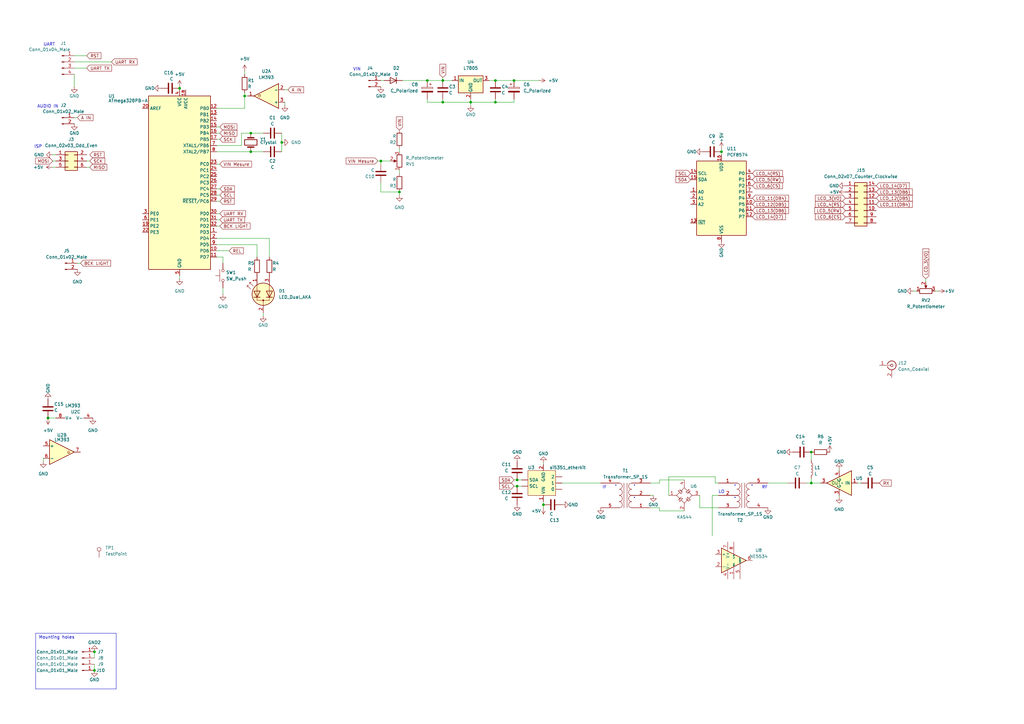
<source format=kicad_sch>
(kicad_sch (version 20230121) (generator eeschema)
  (paper "A3")
  (lib_symbols
    (symbol "Amplifier_Operational:NE5534" (pin_names (offset 0.127))
      (property "Reference" "U" (at 1.27 6.35 0))
      (property "Value" "NE5534" (at 1.27 3.81 0))
      (symbol "NE5534_1_1"
        (pin input line (at 0 -7.62 90) (length 5.08) (name "BAL") (number "1"))
        (pin input line (at -7.62 -2.54 0) (length 2.54) (name "-") (number "2"))
        (pin input line (at -7.62 2.54 0) (length 2.54) (name "+") (number "3"))
        (pin power_in line (at -2.54 -7.62 90) (length 3.81) (name "V-") (number "4"))
        (pin input line (at 2.54 -7.62 90) (length 6.35) (name "COMP") (number "5"))
        (pin output line (at 7.62 0 180) (length 2.54) (name "~") (number "6"))
        (pin power_in line (at -2.54 7.62 270) (length 3.81) (name "V+") (number "7"))
        (pin input line (at 0 7.62 270) (length 5.08) (name "C/B") (number "8"))
      )
    )
    (symbol "Comparator:LM393" (pin_names (offset 0.127))
      (property "Reference" "U" (at 3.81 3.81 0))
      (property "Value" "LM393" (at 6.35 -3.81 0))
      (symbol "LM393_1_1"
        (pin open_collector line (at 7.62 0 180) (length 2.54) (name "~") (number "1"))
        (pin input line (at -7.62 -2.54 0) (length 2.54) (name "-") (number "2"))
        (pin input line (at -7.62 2.54 0) (length 2.54) (name "+") (number "3"))
      )
      (symbol "LM393_2_1"
        (pin input line (at -7.62 2.54 0) (length 2.54) (name "+") (number "5"))
        (pin input line (at -7.62 -2.54 0) (length 2.54) (name "-") (number "6"))
        (pin open_collector line (at 7.62 0 180) (length 2.54) (name "~") (number "7"))
      )
      (symbol "LM393_3_1"
        (pin power_in line (at -2.54 -7.62 90) (length 3.81) (name "V-") (number "4"))
        (pin power_in line (at -2.54 7.62 270) (length 3.81) (name "V+") (number "8"))
      )
    )
    (symbol "Connector:Conn_01x01_Male" (pin_names (offset 1.016) hide)
      (property "Reference" "J" (at 0 2.54 0))
      (property "Value" "Conn_01x01_Male" (at 0 -2.54 0))
      (symbol "Conn_01x01_Male_1_1"
        (pin passive line (at 5.08 0 180) (length 3.81) (name "Pin_1") (number "1"))
      )
    )
    (symbol "Connector:Conn_01x02_Male" (pin_names (offset 1.016) hide)
      (property "Reference" "J" (at 0 2.54 0))
      (property "Value" "Conn_01x02_Male" (at 0 -5.08 0))
      (symbol "Conn_01x02_Male_1_1"
        (pin passive line (at 5.08 0 180) (length 3.81) (name "Pin_1") (number "1"))
        (pin passive line (at 5.08 -2.54 180) (length 3.81) (name "Pin_2") (number "2"))
      )
    )
    (symbol "Connector:Conn_01x04_Male" (pin_names (offset 1.016) hide)
      (property "Reference" "J" (at 0 5.08 0))
      (property "Value" "Conn_01x04_Male" (at 0 -7.62 0))
      (symbol "Conn_01x04_Male_1_1"
        (pin passive line (at 5.08 2.54 180) (length 3.81) (name "Pin_1") (number "1"))
        (pin passive line (at 5.08 0 180) (length 3.81) (name "Pin_2") (number "2"))
        (pin passive line (at 5.08 -2.54 180) (length 3.81) (name "Pin_3") (number "3"))
        (pin passive line (at 5.08 -5.08 180) (length 3.81) (name "Pin_4") (number "4"))
      )
    )
    (symbol "Connector:Conn_Coaxial" (pin_names (offset 1.016) hide)
      (property "Reference" "J" (at 0.254 3.048 0))
      (property "Value" "Conn_Coaxial" (at 2.921 0 90))
      (symbol "Conn_Coaxial_1_1"
        (pin passive line (at -5.08 0 0) (length 2.54) (name "In") (number "1"))
        (pin passive line (at 0 -5.08 90) (length 2.54) (name "Ext") (number "2"))
      )
    )
    (symbol "Connector:TestPoint" (pin_numbers hide) (pin_names (offset 0.762) hide)
      (property "Reference" "TP" (at 0 6.858 0))
      (property "Value" "TestPoint" (at 0 5.08 0))
      (symbol "TestPoint_1_1"
        (pin passive line (at 0 0 90) (length 2.54) (name "1") (number "1"))
      )
    )
    (symbol "Connector_Generic:Conn_02x03_Odd_Even" (pin_names (offset 1.016) hide)
      (property "Reference" "J" (at 1.27 5.08 0))
      (property "Value" "Conn_02x03_Odd_Even" (at 1.27 -5.08 0))
      (symbol "Conn_02x03_Odd_Even_1_1"
        (pin passive line (at -5.08 2.54 0) (length 3.81) (name "Pin_1") (number "1"))
        (pin passive line (at 7.62 2.54 180) (length 3.81) (name "Pin_2") (number "2"))
        (pin passive line (at -5.08 0 0) (length 3.81) (name "Pin_3") (number "3"))
        (pin passive line (at 7.62 0 180) (length 3.81) (name "Pin_4") (number "4"))
        (pin passive line (at -5.08 -2.54 0) (length 3.81) (name "Pin_5") (number "5"))
        (pin passive line (at 7.62 -2.54 180) (length 3.81) (name "Pin_6") (number "6"))
      )
    )
    (symbol "Connector_Generic:Conn_02x07_Counter_Clockwise" (pin_names (offset 1.016) hide)
      (property "Reference" "J" (at 1.27 10.16 0))
      (property "Value" "Conn_02x07_Counter_Clockwise" (at 1.27 -10.16 0))
      (symbol "Conn_02x07_Counter_Clockwise_1_1"
        (pin passive line (at -5.08 7.62 0) (length 3.81) (name "Pin_1") (number "1"))
        (pin passive line (at 7.62 -2.54 180) (length 3.81) (name "Pin_10") (number "10"))
        (pin passive line (at 7.62 0 180) (length 3.81) (name "Pin_11") (number "11"))
        (pin passive line (at 7.62 2.54 180) (length 3.81) (name "Pin_12") (number "12"))
        (pin passive line (at 7.62 5.08 180) (length 3.81) (name "Pin_13") (number "13"))
        (pin passive line (at 7.62 7.62 180) (length 3.81) (name "Pin_14") (number "14"))
        (pin passive line (at -5.08 5.08 0) (length 3.81) (name "Pin_2") (number "2"))
        (pin passive line (at -5.08 2.54 0) (length 3.81) (name "Pin_3") (number "3"))
        (pin passive line (at -5.08 0 0) (length 3.81) (name "Pin_4") (number "4"))
        (pin passive line (at -5.08 -2.54 0) (length 3.81) (name "Pin_5") (number "5"))
        (pin passive line (at -5.08 -5.08 0) (length 3.81) (name "Pin_6") (number "6"))
        (pin passive line (at -5.08 -7.62 0) (length 3.81) (name "Pin_7") (number "7"))
        (pin passive line (at 7.62 -7.62 180) (length 3.81) (name "Pin_8") (number "8"))
        (pin passive line (at 7.62 -5.08 180) (length 3.81) (name "Pin_9") (number "9"))
      )
    )
    (symbol "Device:C" (pin_numbers hide) (pin_names (offset 0.254))
      (property "Reference" "C" (at 0.635 2.54 0))
      (property "Value" "C" (at 0.635 -2.54 0))
      (symbol "C_1_1"
        (pin passive line (at 0 3.81 270) (length 2.794) (name "~") (number "1"))
        (pin passive line (at 0 -3.81 90) (length 2.794) (name "~") (number "2"))
      )
    )
    (symbol "Device:C_Polarized" (pin_numbers hide) (pin_names (offset 0.254))
      (property "Reference" "C" (at 0.635 2.54 0))
      (property "Value" "C_Polarized" (at 0.635 -2.54 0))
      (symbol "C_Polarized_1_1"
        (pin passive line (at 0 3.81 270) (length 2.794) (name "~") (number "1"))
        (pin passive line (at 0 -3.81 90) (length 2.794) (name "~") (number "2"))
      )
    )
    (symbol "Device:Crystal" (pin_numbers hide) (pin_names (offset 1.016) hide)
      (property "Reference" "Y" (at 0 3.81 0))
      (property "Value" "Crystal" (at 0 -3.81 0))
      (symbol "Crystal_1_1"
        (pin passive line (at -3.81 0 0) (length 1.27) (name "1") (number "1"))
        (pin passive line (at 3.81 0 180) (length 1.27) (name "2") (number "2"))
      )
    )
    (symbol "Device:D" (pin_numbers hide) (pin_names (offset 1.016) hide)
      (property "Reference" "D" (at 0 2.54 0))
      (property "Value" "D" (at 0 -2.54 0))
      (symbol "D_1_1"
        (pin passive line (at -3.81 0 0) (length 2.54) (name "K") (number "1"))
        (pin passive line (at 3.81 0 180) (length 2.54) (name "A") (number "2"))
      )
    )
    (symbol "Device:L" (pin_numbers hide) (pin_names (offset 1.016) hide)
      (property "Reference" "L" (at -1.27 0 90))
      (property "Value" "L" (at 1.905 0 90))
      (symbol "L_1_1"
        (pin passive line (at 0 3.81 270) (length 1.27) (name "1") (number "1"))
        (pin passive line (at 0 -3.81 90) (length 1.27) (name "2") (number "2"))
      )
    )
    (symbol "Device:LED_Dual_AKA" (pin_names (offset 0) hide)
      (property "Reference" "D" (at 0 5.715 0))
      (property "Value" "LED_Dual_AKA" (at 0 -6.35 0))
      (symbol "LED_Dual_AKA_1_1"
        (pin input line (at 7.62 2.54 180) (length 3.81) (name "A1") (number "1"))
        (pin input line (at -7.62 0 0) (length 3.048) (name "K") (number "2"))
        (pin input line (at 7.62 -2.54 180) (length 3.81) (name "A2") (number "3"))
      )
    )
    (symbol "Device:R" (pin_numbers hide) (pin_names (offset 0))
      (property "Reference" "R" (at 2.032 0 90))
      (property "Value" "R" (at 0 0 90))
      (symbol "R_1_1"
        (pin passive line (at 0 3.81 270) (length 1.27) (name "~") (number "1"))
        (pin passive line (at 0 -3.81 90) (length 1.27) (name "~") (number "2"))
      )
    )
    (symbol "Device:R_Potentiometer" (pin_names (offset 1.016) hide)
      (property "Reference" "RV" (at -4.445 0 90))
      (property "Value" "R_Potentiometer" (at -2.54 0 90))
      (symbol "R_Potentiometer_1_1"
        (pin passive line (at 0 3.81 270) (length 1.27) (name "1") (number "1"))
        (pin passive line (at 3.81 0 180) (length 1.27) (name "2") (number "2"))
        (pin passive line (at 0 -3.81 90) (length 1.27) (name "3") (number "3"))
      )
    )
    (symbol "Device:Transformer_SP_1S" (pin_names (offset 1.016) hide)
      (property "Reference" "T" (at 0 6.35 0))
      (property "Value" "Transformer_SP_1S" (at 0 -7.62 0))
      (symbol "Transformer_SP_1S_1_1"
        (pin passive line (at -10.16 5.08 0) (length 7.62) (name "PR1") (number "1"))
        (pin passive line (at -10.16 0 0) (length 7.62) (name "PM") (number "2"))
        (pin passive line (at -10.16 -5.08 0) (length 7.62) (name "PR2") (number "3"))
        (pin passive line (at 10.16 -5.08 180) (length 7.62) (name "S1") (number "4"))
        (pin passive line (at 10.16 5.08 180) (length 7.62) (name "S2") (number "5"))
      )
    )
    (symbol "ERA-3:ERA-3"
      (property "Reference" "U" (at -6.35 8.89 0))
      (symbol "ERA-3_1_1"
        (text "OUT" (at 1.27 1.27 0) (effects (font (size 1.27 1.27))))
        (pin input line (at -7.62 1.27 0) (length 2.54) (name "IN") (number "1"))
        (pin output line (at 7.62 1.27 180) (length 2.54) (name "") (number "3"))
        (pin passive line (at 0 6.35 270) (length 2.54) (name "G") (number "3"))
        (pin passive line (at 0 -3.81 90) (length 2.54) (name "G") (number "4"))
      )
    )
    (symbol "Interface_Expansion:PCF8574"
      (property "Reference" "U" (at -8.89 16.51 0))
      (property "Value" "PCF8574" (at 2.54 16.51 0))
      (symbol "PCF8574_1_1"
        (pin input line (at -12.7 2.54 0) (length 2.54) (name "A0") (number "1"))
        (pin bidirectional line (at 12.7 -2.54 180) (length 2.54) (name "P5") (number "10"))
        (pin bidirectional line (at 12.7 -5.08 180) (length 2.54) (name "P6") (number "11"))
        (pin bidirectional line (at 12.7 -7.62 180) (length 2.54) (name "P7") (number "12"))
        (pin open_collector output_low (at -12.7 -10.16 0) (length 2.54) (name "~{INT}") (number "13"))
        (pin input line (at -12.7 10.16 0) (length 2.54) (name "SCL") (number "14"))
        (pin bidirectional line (at -12.7 7.62 0) (length 2.54) (name "SDA") (number "15"))
        (pin power_in line (at 0 17.78 270) (length 2.54) (name "VDD") (number "16"))
        (pin input line (at -12.7 0 0) (length 2.54) (name "A1") (number "2"))
        (pin input line (at -12.7 -2.54 0) (length 2.54) (name "A2") (number "3"))
        (pin bidirectional line (at 12.7 10.16 180) (length 2.54) (name "P0") (number "4"))
        (pin bidirectional line (at 12.7 7.62 180) (length 2.54) (name "P1") (number "5"))
        (pin bidirectional line (at 12.7 5.08 180) (length 2.54) (name "P2") (number "6"))
        (pin bidirectional line (at 12.7 2.54 180) (length 2.54) (name "P3") (number "7"))
        (pin power_in line (at 0 -17.78 90) (length 2.54) (name "VSS") (number "8"))
        (pin bidirectional line (at 12.7 0 180) (length 2.54) (name "P4") (number "9"))
      )
    )
    (symbol "MCU_Microchip_ATmega:ATmega328PB-A"
      (property "Reference" "U" (at -12.7 36.83 0))
      (property "Value" "ATmega328PB-A" (at 2.54 -36.83 0))
      (symbol "ATmega328PB-A_1_1"
        (pin bidirectional line (at 15.24 -20.32 180) (length 2.54) (name "PD3") (number "1"))
        (pin bidirectional line (at 15.24 -27.94 180) (length 2.54) (name "PD6") (number "10"))
        (pin bidirectional line (at 15.24 -30.48 180) (length 2.54) (name "PD7") (number "11"))
        (pin bidirectional line (at 15.24 30.48 180) (length 2.54) (name "PB0") (number "12"))
        (pin bidirectional line (at 15.24 27.94 180) (length 2.54) (name "PB1") (number "13"))
        (pin bidirectional line (at 15.24 25.4 180) (length 2.54) (name "PB2") (number "14"))
        (pin bidirectional line (at 15.24 22.86 180) (length 2.54) (name "PB3") (number "15"))
        (pin bidirectional line (at 15.24 20.32 180) (length 2.54) (name "PB4") (number "16"))
        (pin bidirectional line (at 15.24 17.78 180) (length 2.54) (name "PB5") (number "17"))
        (pin power_in line (at 2.54 38.1 270) (length 2.54) (name "AVCC") (number "18"))
        (pin bidirectional line (at -15.24 -17.78 0) (length 2.54) (name "PE2") (number "19"))
        (pin bidirectional line (at 15.24 -22.86 180) (length 2.54) (name "PD4") (number "2"))
        (pin passive line (at -15.24 30.48 0) (length 2.54) (name "AREF") (number "20"))
        (pin passive line (at 0 -38.1 90) (length 2.54) hide (name "GND") (number "21"))
        (pin bidirectional line (at -15.24 -20.32 0) (length 2.54) (name "PE3") (number "22"))
        (pin bidirectional line (at 15.24 7.62 180) (length 2.54) (name "PC0") (number "23"))
        (pin bidirectional line (at 15.24 5.08 180) (length 2.54) (name "PC1") (number "24"))
        (pin bidirectional line (at 15.24 2.54 180) (length 2.54) (name "PC2") (number "25"))
        (pin bidirectional line (at 15.24 0 180) (length 2.54) (name "PC3") (number "26"))
        (pin bidirectional line (at 15.24 -2.54 180) (length 2.54) (name "PC4") (number "27"))
        (pin bidirectional line (at 15.24 -5.08 180) (length 2.54) (name "PC5") (number "28"))
        (pin bidirectional line (at 15.24 -7.62 180) (length 2.54) (name "~{RESET}/PC6") (number "29"))
        (pin bidirectional line (at -15.24 -12.7 0) (length 2.54) (name "PE0") (number "3"))
        (pin bidirectional line (at 15.24 -12.7 180) (length 2.54) (name "PD0") (number "30"))
        (pin bidirectional line (at 15.24 -15.24 180) (length 2.54) (name "PD1") (number "31"))
        (pin bidirectional line (at 15.24 -17.78 180) (length 2.54) (name "PD2") (number "32"))
        (pin power_in line (at 0 38.1 270) (length 2.54) (name "VCC") (number "4"))
        (pin power_in line (at 0 -38.1 90) (length 2.54) (name "GND") (number "5"))
        (pin bidirectional line (at -15.24 -15.24 0) (length 2.54) (name "PE1") (number "6"))
        (pin bidirectional line (at 15.24 15.24 180) (length 2.54) (name "XTAL1/PB6") (number "7"))
        (pin bidirectional line (at 15.24 12.7 180) (length 2.54) (name "XTAL2/PB7") (number "8"))
        (pin bidirectional line (at 15.24 -25.4 180) (length 2.54) (name "PD5") (number "9"))
      )
    )
    (symbol "Regulator_Linear:L7805" (pin_names (offset 0.254))
      (property "Reference" "U" (at -3.81 3.175 0))
      (property "Value" "L7805" (at 0 3.175 0))
      (symbol "L7805_1_1"
        (pin power_in line (at -7.62 0 0) (length 2.54) (name "IN") (number "1"))
        (pin power_in line (at 0 -7.62 90) (length 2.54) (name "GND") (number "2"))
        (pin power_out line (at 7.62 0 180) (length 2.54) (name "OUT") (number "3"))
      )
    )
    (symbol "Switch:SW_Push" (pin_numbers hide) (pin_names (offset 1.016) hide)
      (property "Reference" "SW" (at 1.27 2.54 0))
      (property "Value" "SW_Push" (at 0 -1.524 0))
      (symbol "SW_Push_0_1"
        (pin passive line (at -5.08 0 0) (length 2.54) (name "1") (number "1"))
        (pin passive line (at 5.08 0 180) (length 2.54) (name "2") (number "2"))
      )
    )
    (symbol "kas44:KAS44"
      (property "Reference" "U" (at -5.08 6.35 0))
      (property "Value" "KAS44" (at -5.08 3.81 0))
      (symbol "KAS44_1_1"
        (pin bidirectional line (at -6.35 0 0) (length 2.54) (name "") (number "1"))
        (pin bidirectional line (at 0 -6.35 90) (length 2.54) (name "") (number "2"))
        (pin bidirectional line (at 6.35 0 180) (length 2.54) (name "") (number "3"))
        (pin bidirectional line (at 0 6.35 270) (length 2.54) (name "") (number "4"))
      )
    )
    (symbol "power:+5V" (power) (pin_names (offset 0))
      (property "Value" "+5V" (at 0 3.556 0))
      (symbol "+5V_1_1"
        (pin power_in line (at 0 0 90) (length 0) hide (name "+5V") (number "1"))
      )
    )
    (symbol "power:GND" (power) (pin_names (offset 0))
      (property "Value" "GND" (at 0 -3.81 0))
      (symbol "GND_1_1"
        (pin power_in line (at 0 0 270) (length 0) hide (name "GND") (number "1"))
      )
    )
    (symbol "power:GND2" (power) (pin_names (offset 0))
      (property "Value" "GND2" (at 0 -3.81 0))
      (symbol "GND2_1_1"
        (pin power_in line (at 0 0 270) (length 0) hide (name "GND2") (number "1"))
      )
    )
    (symbol "si5351 etherkit:si5351_etherkit"
      (property "Reference" "U" (at 3.175 8.255 0))
      (property "Value" "si5351_etherkit" (at 10.16 6.35 0))
      (symbol "si5351_etherkit_1_1"
        (pin output line (at -7.62 2.54 0) (length 2.54) (name "0") (number ""))
        (pin output line (at -7.62 0 0) (length 2.54) (name "1") (number ""))
        (pin output line (at -7.62 -2.54 0) (length 2.54) (name "2") (number ""))
        (pin input line (at 8.89 1.27 180) (length 2.54) (name "SCL") (number ""))
        (pin bidirectional line (at 8.89 -1.27 180) (length 2.54) (name "SDA") (number ""))
        (pin power_in line (at 0 7.62 270) (length 2.54) (name "VIN") (number "1"))
        (pin output line (at 0 -7.62 90) (length 2.54) (name "GND") (number "2"))
      )
    )
  )
  (junction (at 100.33 39.37))
  (junction (at 115.57 58.42))
  (junction (at 203.2 33.02))
  (junction (at 332.74 198.12))
  (junction (at 175.26 33.02))
  (junction (at 38.735 274.955))
  (junction (at 102.87 54.61))
  (junction (at 295.91 62.23))
  (junction (at 102.87 62.23))
  (junction (at 203.2 41.91))
  (junction (at 193.04 41.91))
  (junction (at 73.66 36.195))
  (junction (at 212.09 196.85))
  (junction (at 332.74 185.42))
  (junction (at 163.83 78.74))
  (junction (at 210.82 33.02))
  (junction (at 19.685 171.45))
  (junction (at 38.735 267.335))
  (junction (at 212.09 199.39))
  (junction (at 156.21 66.04))
  (junction (at 222.885 207.01))
  (junction (at 181.61 33.02))
  (junction (at 181.61 41.91))
  (wire (pts (xy 154.94 66.04) (xy 156.21 66.04)))
  (wire (pts (xy 210.82 199.39) (xy 212.09 199.39)))
  (wire (pts (xy 210.82 40.64) (xy 210.82 41.91)))
  (wire (pts (xy 88.9 92.71) (xy 90.17 92.71)))
  (wire (pts (xy 222.885 205.74) (xy 222.885 207.01)))
  (wire (pts (xy 270.51 209.55) (xy 280.67 209.55)))
  (wire (pts (xy 212.09 196.85) (xy 213.995 196.85)))
  (wire (pts (xy 193.04 41.91) (xy 203.2 41.91)))
  (wire (pts (xy 175.26 40.64) (xy 175.26 41.91)))
  (wire (pts (xy 274.32 195.58) (xy 293.37 195.58)))
  (wire (pts (xy 230.505 198.12) (xy 246.38 198.12)))
  (wire (pts (xy 193.04 41.91) (xy 193.04 40.64)))
  (wire (pts (xy 175.26 41.91) (xy 181.61 41.91)))
  (wire (pts (xy 105.41 100.33) (xy 105.41 105.41)))
  (wire (pts (xy 88.9 90.17) (xy 90.17 90.17)))
  (wire (pts (xy 351.79 198.12) (xy 353.06 198.12)))
  (wire (pts (xy 110.49 105.41) (xy 110.49 97.79)))
  (wire (pts (xy 101.6 39.37) (xy 100.33 39.37)))
  (wire (pts (xy 156.21 33.02) (xy 157.48 33.02)))
  (wire (pts (xy 115.57 54.61) (xy 115.57 58.42)))
  (wire (pts (xy 210.82 33.02) (xy 220.98 33.02)))
  (wire (pts (xy 266.7 198.12) (xy 270.51 198.12)))
  (wire (pts (xy 102.87 62.23) (xy 107.95 62.23)))
  (wire (pts (xy 181.61 31.75) (xy 181.61 33.02)))
  (wire (pts (xy 116.84 36.83) (xy 118.11 36.83)))
  (wire (pts (xy 30.48 22.86) (xy 35.56 22.86)))
  (wire (pts (xy 30.48 30.48) (xy 30.48 35.56)))
  (wire (pts (xy 295.91 62.23) (xy 295.91 63.5)))
  (wire (pts (xy 88.9 105.41) (xy 91.44 105.41)))
  (wire (pts (xy 17.78 189.23) (xy 17.78 187.96)))
  (wire (pts (xy 222.885 189.865) (xy 222.885 190.5)))
  (wire (pts (xy 270.51 196.85) (xy 280.67 196.85)))
  (wire (pts (xy 116.84 43.18) (xy 116.84 41.91)))
  (wire (pts (xy 88.9 54.61) (xy 90.17 54.61)))
  (wire (pts (xy 293.37 198.12) (xy 294.64 198.12)))
  (wire (pts (xy 379.73 114.3) (xy 379.73 115.57)))
  (wire (pts (xy 212.09 199.39) (xy 213.995 199.39)))
  (wire (pts (xy 344.17 192.405) (xy 344.17 193.04)))
  (wire (pts (xy 374.65 119.38) (xy 375.92 119.38)))
  (wire (pts (xy 100.33 29.21) (xy 100.33 30.48)))
  (wire (pts (xy 294.64 203.2) (xy 292.1 203.2)))
  (wire (pts (xy 88.9 97.79) (xy 110.49 97.79)))
  (wire (pts (xy 203.2 41.91) (xy 203.2 40.64)))
  (polyline (pts (xy 47.625 282.575) (xy 47.625 259.715)))
  (wire (pts (xy 193.04 43.18) (xy 193.04 41.91)))
  (wire (pts (xy 314.96 198.12) (xy 323.215 198.12)))
  (wire (pts (xy 30.48 25.4) (xy 45.72 25.4)))
  (wire (pts (xy 88.9 44.45) (xy 100.33 44.45)))
  (wire (pts (xy 156.21 66.04) (xy 160.02 66.04)))
  (wire (pts (xy 99.06 54.61) (xy 99.06 59.69)))
  (wire (pts (xy 100.33 44.45) (xy 100.33 39.37)))
  (wire (pts (xy 156.21 67.31) (xy 156.21 66.04)))
  (wire (pts (xy 165.1 33.02) (xy 175.26 33.02)))
  (wire (pts (xy 210.82 196.85) (xy 212.09 196.85)))
  (wire (pts (xy 270.51 198.12) (xy 270.51 196.85)))
  (wire (pts (xy 287.02 208.28) (xy 294.64 208.28)))
  (wire (pts (xy 200.66 33.02) (xy 203.2 33.02)))
  (wire (pts (xy 181.61 41.91) (xy 193.04 41.91)))
  (wire (pts (xy 88.9 80.01) (xy 90.17 80.01)))
  (wire (pts (xy 344.17 203.2) (xy 344.17 203.835)))
  (wire (pts (xy 38.735 267.335) (xy 38.735 269.875)))
  (wire (pts (xy 107.95 129.54) (xy 107.95 128.27)))
  (polyline (pts (xy 14.605 259.715) (xy 47.625 259.715)))
  (wire (pts (xy 181.61 33.02) (xy 185.42 33.02)))
  (wire (pts (xy 156.21 78.74) (xy 163.83 78.74)))
  (wire (pts (xy 21.59 68.58) (xy 22.86 68.58)))
  (wire (pts (xy 292.1 203.2) (xy 292.1 219.71)))
  (wire (pts (xy 270.51 208.28) (xy 270.51 209.55)))
  (polyline (pts (xy 14.605 259.715) (xy 14.605 282.575)))
  (wire (pts (xy 30.48 27.94) (xy 35.56 27.94)))
  (wire (pts (xy 100.33 39.37) (xy 100.33 38.1)))
  (wire (pts (xy 203.2 33.02) (xy 210.82 33.02)))
  (wire (pts (xy 99.06 59.69) (xy 88.9 59.69)))
  (wire (pts (xy 210.82 41.91) (xy 203.2 41.91)))
  (wire (pts (xy 88.9 67.31) (xy 90.17 67.31)))
  (wire (pts (xy 332.74 198.12) (xy 336.55 198.12)))
  (wire (pts (xy 88.9 52.07) (xy 90.17 52.07)))
  (wire (pts (xy 287.02 203.2) (xy 287.02 208.28)))
  (wire (pts (xy 163.83 78.74) (xy 163.83 80.01)))
  (wire (pts (xy 73.66 114.3) (xy 73.66 113.03)))
  (wire (pts (xy 384.81 119.38) (xy 383.54 119.38)))
  (wire (pts (xy 31.75 107.95) (xy 33.02 107.95)))
  (polyline (pts (xy 14.605 282.575) (xy 47.625 282.575)))
  (wire (pts (xy 88.9 82.55) (xy 90.17 82.55)))
  (wire (pts (xy 30.48 48.26) (xy 31.75 48.26)))
  (wire (pts (xy 102.87 54.61) (xy 107.95 54.61)))
  (wire (pts (xy 21.59 63.5) (xy 22.86 63.5)))
  (wire (pts (xy 163.83 71.12) (xy 163.83 69.85)))
  (wire (pts (xy 295.91 60.96) (xy 295.91 62.23)))
  (wire (pts (xy 266.7 208.28) (xy 270.51 208.28)))
  (wire (pts (xy 21.59 66.04) (xy 22.86 66.04)))
  (wire (pts (xy 19.685 171.45) (xy 22.86 171.45)))
  (wire (pts (xy 156.21 74.93) (xy 156.21 78.74)))
  (wire (pts (xy 175.26 33.02) (xy 181.61 33.02)))
  (wire (pts (xy 88.9 57.15) (xy 90.17 57.15)))
  (wire (pts (xy 102.87 54.61) (xy 99.06 54.61)))
  (wire (pts (xy 88.9 100.33) (xy 105.41 100.33)))
  (wire (pts (xy 115.57 58.42) (xy 115.57 62.23)))
  (wire (pts (xy 332.74 185.42) (xy 332.74 188.595)))
  (wire (pts (xy 274.32 203.2) (xy 274.32 195.58)))
  (wire (pts (xy 163.83 62.23) (xy 163.83 60.96)))
  (wire (pts (xy 330.835 198.12) (xy 332.74 198.12)))
  (wire (pts (xy 35.56 68.58) (xy 36.83 68.58)))
  (wire (pts (xy 38.735 272.415) (xy 38.735 274.955)))
  (wire (pts (xy 267.97 203.2) (xy 266.7 203.2)))
  (wire (pts (xy 90.17 77.47) (xy 88.9 77.47)))
  (wire (pts (xy 332.74 196.215) (xy 332.74 198.12)))
  (wire (pts (xy 35.56 66.04) (xy 36.83 66.04)))
  (wire (pts (xy 181.61 41.91) (xy 181.61 40.64)))
  (wire (pts (xy 91.44 105.41) (xy 91.44 107.95)))
  (wire (pts (xy 73.66 35.56) (xy 73.66 36.195)))
  (wire (pts (xy 293.37 195.58) (xy 293.37 198.12)))
  (wire (pts (xy 88.9 87.63) (xy 90.17 87.63)))
  (wire (pts (xy 73.66 36.195) (xy 73.66 36.83)))
  (wire (pts (xy 91.44 118.11) (xy 91.44 120.65)))
  (wire (pts (xy 88.9 102.87) (xy 93.98 102.87)))
  (wire (pts (xy 222.885 207.01) (xy 222.885 208.28)))
  (wire (pts (xy 88.9 62.23) (xy 102.87 62.23)))
  (text "ISP" (at 13.97 60.96 0) (effects (font (size 1.27 1.27)) (justify left bottom)))
  (text "Mounting holes\n" (at 15.875 262.255 0) (effects (font (size 1.27 1.27)) (justify left bottom)))
  (text "AUDIO IN\n" (at 15.24 44.45 0) (effects (font (size 1.27 1.27)) (justify left bottom)))
  (text "IF" (at 247.015 200.66 0) (effects (font (size 1.27 1.27)) (justify left bottom)))
  (text "UART\n" (at 17.78 19.05 0) (effects (font (size 1.27 1.27)) (justify left bottom)))
  (text "." (at 259.715 199.39 0) (effects (font (size 1.27 1.27) (thickness 0.254) bold) (justify left bottom)))
  (text "LO" (at 294.64 202.565 0) (effects (font (size 1.27 1.27)) (justify left bottom)))
  (text "." (at 300.99 199.39 0) (effects (font (size 1.27 1.27) (thickness 0.254) bold) (justify left bottom)))
  (text "." (at 307.975 199.39 0) (effects (font (size 1.27 1.27) (thickness 0.254) bold) (justify left bottom)))
  (text "." (at 252.095 199.39 0) (effects (font (size 1.27 1.27) (thickness 0.254) bold) (justify left bottom)))
  (text "VIN\n" (at 144.78 29.21 0) (effects (font (size 1.27 1.27)) (justify left bottom)))
  (text "RF" (at 312.42 200.66 0) (effects (font (size 1.27 1.27)) (justify left bottom)))
  (text "." (at 259.715 204.47 0) (effects (font (size 1.27 1.27) (thickness 0.254) bold) (justify left bottom)))
  (text "." (at 300.99 204.47 0) (effects (font (size 1.27 1.27) (thickness 0.254) bold) (justify left bottom)))
  (global_label "BCK LIGHT" (shape input) (at 33.02 107.95 0) (property "Intersheetrefs" "${INTERSHEET_REFS}" (effects hide)))
  (global_label "UART TX" (shape input) (at 90.17 90.17 0) (property "Intersheetrefs" "${INTERSHEET_REFS}" (effects hide)))
  (global_label "SCL" (shape input) (at 90.17 80.01 0) (property "Intersheetrefs" "${INTERSHEET_REFS}" (effects hide)))
  (global_label "MOSI" (shape input) (at 90.17 52.07 0) (property "Intersheetrefs" "${INTERSHEET_REFS}" (effects hide)))
  (global_label "UART TX" (shape input) (at 35.56 27.94 0) (property "Intersheetrefs" "${INTERSHEET_REFS}" (effects hide)))
  (global_label "LCD_11(DB4)" (shape input) (at 359.41 83.82 0) (property "Intersheetrefs" "${INTERSHEET_REFS}" (effects hide)))
  (global_label "LCD_12(DB5)" (shape input) (at 359.41 81.28 0) (property "Intersheetrefs" "${INTERSHEET_REFS}" (effects hide)))
  (global_label "LCD_3(VO)" (shape input) (at 379.73 114.3 90) (property "Intersheetrefs" "${INTERSHEET_REFS}" (effects hide)))
  (global_label "SCL" (shape input) (at 283.21 71.12 180) (property "Intersheetrefs" "${INTERSHEET_REFS}" (effects hide)))
  (global_label "SDA" (shape input) (at 210.82 196.85 180) (property "Intersheetrefs" "${INTERSHEET_REFS}" (effects hide)))
  (global_label "LCD_4(RS)" (shape input) (at 308.61 71.12 0) (property "Intersheetrefs" "${INTERSHEET_REFS}" (effects hide)))
  (global_label "LCD_6(CS)" (shape input) (at 308.61 76.2 0) (property "Intersheetrefs" "${INTERSHEET_REFS}" (effects hide)))
  (global_label "A IN" (shape input) (at 31.75 48.26 0) (property "Intersheetrefs" "${INTERSHEET_REFS}" (effects hide)))
  (global_label "VIN Mesure" (shape input) (at 154.94 66.04 180) (property "Intersheetrefs" "${INTERSHEET_REFS}" (effects hide)))
  (global_label "SDA" (shape input) (at 283.21 73.66 180) (property "Intersheetrefs" "${INTERSHEET_REFS}" (effects hide)))
  (global_label "LCD_14(D7)" (shape input) (at 308.61 88.9 0) (property "Intersheetrefs" "${INTERSHEET_REFS}" (effects hide)))
  (global_label "RST" (shape input) (at 36.83 63.5 0) (property "Intersheetrefs" "${INTERSHEET_REFS}" (effects hide)))
  (global_label "LCD_12(DB5)" (shape input) (at 308.61 83.82 0) (property "Intersheetrefs" "${INTERSHEET_REFS}" (effects hide)))
  (global_label "MOSI" (shape input) (at 21.59 66.04 180) (property "Intersheetrefs" "${INTERSHEET_REFS}" (effects hide)))
  (global_label "UART RX" (shape input) (at 45.72 25.4 0) (property "Intersheetrefs" "${INTERSHEET_REFS}" (effects hide)))
  (global_label "RST" (shape input) (at 90.17 82.55 0) (property "Intersheetrefs" "${INTERSHEET_REFS}" (effects hide)))
  (global_label "LCD_5(RW)" (shape input) (at 346.71 86.36 180) (property "Intersheetrefs" "${INTERSHEET_REFS}" (effects hide)))
  (global_label "VIN" (shape input) (at 163.83 53.34 90) (property "Intersheetrefs" "${INTERSHEET_REFS}" (effects hide)))
  (global_label "RX" (shape input) (at 360.68 198.12 0) (property "Intersheetrefs" "${INTERSHEET_REFS}" (effects hide)))
  (global_label "VIN" (shape input) (at 181.61 31.75 90) (property "Intersheetrefs" "${INTERSHEET_REFS}" (effects hide)))
  (global_label "SCL" (shape input) (at 210.82 199.39 180) (property "Intersheetrefs" "${INTERSHEET_REFS}" (effects hide)))
  (global_label "LCD_5(RW)" (shape input) (at 308.61 73.66 0) (property "Intersheetrefs" "${INTERSHEET_REFS}" (effects hide)))
  (global_label "REL" (shape input) (at 93.98 102.87 0) (property "Intersheetrefs" "${INTERSHEET_REFS}" (effects hide)))
  (global_label "MISO" (shape input) (at 90.17 54.61 0) (property "Intersheetrefs" "${INTERSHEET_REFS}" (effects hide)))
  (global_label "LCD_14(D7)" (shape input) (at 359.41 76.2 0) (property "Intersheetrefs" "${INTERSHEET_REFS}" (effects hide)))
  (global_label "RST" (shape input) (at 35.56 22.86 0) (property "Intersheetrefs" "${INTERSHEET_REFS}" (effects hide)))
  (global_label "SCK" (shape input) (at 36.83 66.04 0) (property "Intersheetrefs" "${INTERSHEET_REFS}" (effects hide)))
  (global_label "UART RX" (shape input) (at 90.17 87.63 0) (property "Intersheetrefs" "${INTERSHEET_REFS}" (effects hide)))
  (global_label "LCD_11(DB4)" (shape input) (at 308.61 81.28 0) (property "Intersheetrefs" "${INTERSHEET_REFS}" (effects hide)))
  (global_label "LCD_6(CS)" (shape input) (at 346.71 88.9 180) (property "Intersheetrefs" "${INTERSHEET_REFS}" (effects hide)))
  (global_label "BCK LIGHT" (shape input) (at 90.17 92.71 0) (property "Intersheetrefs" "${INTERSHEET_REFS}" (effects hide)))
  (global_label "LCD_3(VO)" (shape input) (at 346.71 81.28 180) (property "Intersheetrefs" "${INTERSHEET_REFS}" (effects hide)))
  (global_label "A IN" (shape input) (at 118.11 36.83 0) (property "Intersheetrefs" "${INTERSHEET_REFS}" (effects hide)))
  (global_label "MISO" (shape input) (at 36.83 68.58 0) (property "Intersheetrefs" "${INTERSHEET_REFS}" (effects hide)))
  (global_label "VIN Mesure" (shape input) (at 90.17 67.31 0) (property "Intersheetrefs" "${INTERSHEET_REFS}" (effects hide)))
  (global_label "SCK" (shape input) (at 90.17 57.15 0) (property "Intersheetrefs" "${INTERSHEET_REFS}" (effects hide)))
  (global_label "LCD_13(DB6)" (shape input) (at 359.41 78.74 0) (property "Intersheetrefs" "${INTERSHEET_REFS}" (effects hide)))
  (global_label "LCD_4(RS)" (shape input) (at 346.71 83.82 180) (property "Intersheetrefs" "${INTERSHEET_REFS}" (effects hide)))
  (global_label "SDA" (shape input) (at 90.17 77.47 0) (property "Intersheetrefs" "${INTERSHEET_REFS}" (effects hide)))
  (global_label "LCD_13(DB6)" (shape input) (at 308.61 86.36 0) (property "Intersheetrefs" "${INTERSHEET_REFS}" (effects hide)))
  (symbol (lib_id "power:GND") (at 30.48 35.56 0) (unit 1)
    (property "Reference" "#PWR0118" (effects hide))
    (property "Value" "GND" (at 30.48 39.37 0))
  )
  (symbol (lib_id "Connector:Conn_01x01_Male") (at 33.655 269.875 0) (unit 1)
    (property "Reference" "J8" (at 41.275 269.875 0))
    (property "Value" "Conn_01x01_Male" (at 23.495 269.875 0))
    (property "Footprint" "Connector_Pin:Pin_D1.0mm_L10.0mm" (effects hide))
  )
  (symbol (lib_id "Connector:Conn_01x04_Male") (at 25.4 25.4 0) (unit 1)
    (property "Reference" "J1" (at 26.035 17.78 0))
    (property "Value" "Conn_01x04_Male" (at 20.32 20.32 0))
    (property "Footprint" "Connector_PinSocket_2.54mm:PinSocket_1x04_P2.54mm_Vertical" (effects hide))
  )
  (symbol (lib_id "ERA-3:ERA-3") (at 344.17 196.85 180) (unit 1)
    (property "Reference" "U5" (at 352.425 196.1641 0))
    (property "Value" "~" (at 345.44 198.12 0))
  )
  (symbol (lib_id "power:GND") (at 295.91 99.06 0) (unit 1)
    (property "Reference" "#PWR015" (effects hide))
    (property "Value" "GND" (at 295.91 101.6 90) (effects (justify right)))
  )
  (symbol (lib_id "Device:C") (at 203.2 36.83 0) (unit 1)
    (property "Reference" "C4" (at 205.74 35.56 0) (effects (justify left)))
    (property "Value" "C" (at 205.74 38.1 0) (effects (justify left)))
    (property "Footprint" "Capacitor_SMD:C_1206_3216Metric_Pad1.33x1.80mm_HandSolder" (effects hide))
  )
  (symbol (lib_id "Device:R") (at 110.49 109.22 0) (unit 1)
    (property "Reference" "R4" (at 111.76 107.95 0) (effects (justify left)))
    (property "Value" "R" (at 111.76 110.49 0) (effects (justify left)))
    (property "Footprint" "Resistor_SMD:R_1206_3216Metric_Pad1.30x1.75mm_HandSolder" (effects hide))
  )
  (symbol (lib_id "power:GND") (at 30.48 50.8 0) (unit 1)
    (property "Reference" "#PWR0117" (effects hide))
    (property "Value" "GND" (at 30.48 54.61 0))
  )
  (symbol (lib_id "Device:L") (at 332.74 192.405 0) (unit 1)
    (property "Reference" "L1" (at 334.01 191.77 0) (effects (justify left)))
    (property "Value" "L" (at 334.01 194.31 0) (effects (justify left)))
  )
  (symbol (lib_id "Device:C") (at 327.025 198.12 90) (unit 1)
    (property "Reference" "C7" (at 327.025 191.77 90))
    (property "Value" "C" (at 327.025 194.31 90))
    (property "Footprint" "Capacitor_SMD:C_1206_3216Metric_Pad1.33x1.80mm_HandSolder" (effects hide))
  )
  (symbol (lib_id "power:+5V") (at 220.98 33.02 270) (unit 1)
    (property "Reference" "#PWR0101" (effects hide))
    (property "Value" "+5V" (at 224.79 33.0199 90) (effects (justify left)))
  )
  (symbol (lib_id "Device:Transformer_SP_1S") (at 304.8 203.2 0) (unit 1)
    (property "Reference" "T2" (at 303.53 213.36 0))
    (property "Value" "Transformer_SP_1S" (at 303.53 210.82 0))
  )
  (symbol (lib_id "Comparator:LM393") (at 25.4 185.42 0) (unit 2)
    (property "Reference" "U2" (at 25.4 178.435 0))
    (property "Value" "LM393" (at 25.4 180.34 0))
    (property "Footprint" "Package_DIP:DIP-8_W7.62mm_Socket_LongPads" (effects hide))
    (property "Datasheet" "http://www.ti.com/lit/ds/symlink/lm393.pdf" (effects hide))
  )
  (symbol (lib_id "si5351 etherkit:si5351_etherkit") (at 222.885 198.12 180) (unit 1)
    (property "Reference" "U3" (at 216.535 191.77 0) (effects (justify right)))
    (property "Value" "si5351_etherkit" (at 225.425 191.77 0) (effects (justify right)))
    (property "Footprint" "si5351_etherkit:si5351_etherkit" (effects hide))
  )
  (symbol (lib_id "Device:R") (at 105.41 109.22 0) (unit 1)
    (property "Reference" "R5" (at 101.6 107.95 0) (effects (justify left)))
    (property "Value" "R" (at 101.6 110.49 0) (effects (justify left)))
    (property "Footprint" "Resistor_SMD:R_1206_3216Metric_Pad1.30x1.75mm_HandSolder" (effects hide))
  )
  (symbol (lib_id "Device:C") (at 111.76 54.61 90) (unit 1)
    (property "Reference" "C1" (at 111.76 48.26 90))
    (property "Value" "C" (at 111.76 50.8 90))
    (property "Footprint" "Capacitor_SMD:C_1206_3216Metric_Pad1.33x1.80mm_HandSolder" (effects hide))
  )
  (symbol (lib_id "power:+5V") (at 222.885 208.28 180) (unit 1)
    (property "Reference" "#PWR0107" (effects hide))
    (property "Value" "+5V" (at 217.805 209.55 0) (effects (justify right)))
  )
  (symbol (lib_id "power:GND") (at 222.885 189.865 180) (unit 1)
    (property "Reference" "#PWR0106" (effects hide))
    (property "Value" "GND" (at 222.885 186.055 0))
  )
  (symbol (lib_id "Connector:Conn_01x01_Male") (at 33.655 272.415 0) (unit 1)
    (property "Reference" "J9" (at 41.275 272.415 0))
    (property "Value" "Conn_01x01_Male" (at 23.495 272.415 0))
    (property "Footprint" "Connector_Pin:Pin_D1.0mm_L10.0mm" (effects hide))
  )
  (symbol (lib_id "power:+5V") (at 19.685 171.45 180) (unit 1)
    (property "Reference" "#PWR0109" (effects hide))
    (property "Value" "+5V" (at 19.685 176.53 0))
  )
  (symbol (lib_id "power:+5V") (at 73.66 35.56 0) (unit 1)
    (property "Reference" "#PWR0113" (effects hide))
    (property "Value" "+5V" (at 73.66 30.48 0))
  )
  (symbol (lib_id "Interface_Expansion:PCF8574") (at 295.91 81.28 0) (unit 1)
    (property "Reference" "U11" (at 298.1041 60.96 0) (effects (justify left)))
    (property "Value" "PCF8574" (at 298.1041 63.5 0) (effects (justify left)))
    (property "Footprint" "Package_SO:SO-16_5.3x10.2mm_P1.27mm" (effects hide))
    (property "Datasheet" "http://www.nxp.com/docs/en/data-sheet/PCF8574_PCF8574A.pdf" (effects hide))
  )
  (symbol (lib_id "Connector:Conn_01x01_Male") (at 33.655 274.955 0) (unit 1)
    (property "Reference" "J10" (at 41.275 274.955 0))
    (property "Value" "Conn_01x01_Male" (at 23.495 274.955 0))
    (property "Footprint" "Connector_Pin:Pin_D1.0mm_L10.0mm" (effects hide))
  )
  (symbol (lib_id "Device:C") (at 328.93 185.42 90) (unit 1)
    (property "Reference" "C14" (at 330.2 179.07 90) (effects (justify left)))
    (property "Value" "C" (at 330.2 181.61 90) (effects (justify left)))
    (property "Footprint" "Capacitor_SMD:C_1206_3216Metric_Pad1.33x1.80mm_HandSolder" (effects hide))
  )
  (symbol (lib_id "power:GND") (at 73.66 114.3 0) (unit 1)
    (property "Reference" "#PWR0112" (effects hide))
    (property "Value" "GND" (at 73.66 119.38 0))
  )
  (symbol (lib_id "Connector:TestPoint") (at 40.64 228.6 0) (unit 1)
    (property "Reference" "TP1" (at 43.18 224.663 0) (effects (justify left)))
    (property "Value" "TestPoint" (at 43.18 227.203 0) (effects (justify left)))
    (property "Footprint" "Connector_PinHeader_2.54mm:PinHeader_1x01_P2.54mm_Vertical" (effects hide))
  )
  (symbol (lib_id "power:GND") (at 346.71 76.2 270) (unit 1)
    (property "Reference" "#PWR012" (effects hide))
    (property "Value" "GND" (at 344.17 76.2 90) (effects (justify right)))
  )
  (symbol (lib_id "power:GND") (at 325.12 185.42 270) (unit 1)
    (property "Reference" "#PWR013" (effects hide))
    (property "Value" "GND" (at 322.58 185.42 90) (effects (justify right)))
  )
  (symbol (lib_id "power:GND") (at 21.59 63.5 270) (unit 1)
    (property "Reference" "#PWR0116" (effects hide))
    (property "Value" "GND" (at 13.97 63.5 90) (effects (justify left)))
  )
  (symbol (lib_id "Amplifier_Operational:NE5534") (at 300.99 229.87 0) (unit 1)
    (property "Reference" "U8" (at 311.15 225.6791 0))
    (property "Value" "NE5534" (at 311.15 228.2191 0))
    (property "Footprint" "Package_DIP:DIP-8_W7.62mm_Socket_LongPads" (effects hide))
    (property "Datasheet" "http://www.ti.com/lit/ds/symlink/ne5534.pdf" (effects hide))
  )
  (symbol (lib_id "power:GND") (at 344.17 192.405 0) (mirror x) (unit 1)
    (property "Reference" "#PWR05" (effects hide))
    (property "Value" "GND" (at 344.17 189.23 0))
  )
  (symbol (lib_id "power:+5V") (at 346.71 78.74 90) (unit 1)
    (property "Reference" "#PWR014" (effects hide))
    (property "Value" "+5V" (at 344.17 78.74 90) (effects (justify left)))
  )
  (symbol (lib_id "Device:R") (at 100.33 34.29 0) (unit 1)
    (property "Reference" "R1" (at 101.6 33.02 0) (effects (justify left)))
    (property "Value" "R" (at 101.6 35.56 0) (effects (justify left)))
    (property "Footprint" "Resistor_SMD:R_1206_3216Metric_Pad1.30x1.75mm_HandSolder" (effects hide))
  )
  (symbol (lib_id "Regulator_Linear:L7805") (at 193.04 33.02 0) (unit 1)
    (property "Reference" "U4" (at 193.04 25.4 0))
    (property "Value" "L7805" (at 193.04 27.94 0))
    (property "Footprint" "Package_TO_SOT_THT:TO-92L" (effects hide))
    (property "Datasheet" "http://www.st.com/content/ccc/resource/technical/document/datasheet/41/4f/b3/b0/12/d4/47/88/CD00000444.pdf/files/CD00000444.pdf/jcr:content/translations/en.CD00000444.pdf" (effects hide))
  )
  (symbol (lib_id "Device:C") (at 111.76 62.23 90) (unit 1)
    (property "Reference" "C2" (at 111.76 66.04 90))
    (property "Value" "C" (at 111.76 68.58 90))
    (property "Footprint" "Capacitor_SMD:C_1206_3216Metric_Pad1.33x1.80mm_HandSolder" (effects hide))
  )
  (symbol (lib_id "Connector:Conn_01x02_Male") (at 25.4 48.26 0) (unit 1)
    (property "Reference" "J2" (at 26.035 43.18 0))
    (property "Value" "Conn_01x02_Male" (at 26.035 45.72 0))
    (property "Footprint" "Connector_PinSocket_2.54mm:PinSocket_1x02_P2.54mm_Vertical" (effects hide))
  )
  (symbol (lib_id "Device:C") (at 212.09 193.04 0) (unit 1)
    (property "Reference" "C11" (at 205.74 190.5 0) (effects (justify left)))
    (property "Value" "C" (at 207.01 193.04 0) (effects (justify left)))
    (property "Footprint" "Capacitor_SMD:C_1206_3216Metric_Pad1.33x1.80mm_HandSolder" (effects hide))
  )
  (symbol (lib_id "Device:C") (at 356.87 198.12 90) (unit 1)
    (property "Reference" "C5" (at 356.87 191.77 90))
    (property "Value" "C" (at 356.87 194.31 90))
    (property "Footprint" "Capacitor_SMD:C_1206_3216Metric_Pad1.33x1.80mm_HandSolder" (effects hide))
  )
  (symbol (lib_id "Connector:Conn_01x02_Male") (at 26.67 107.95 0) (unit 1)
    (property "Reference" "J5" (at 27.305 102.87 0))
    (property "Value" "Conn_01x02_Male" (at 27.305 105.41 0))
    (property "Footprint" "Connector_PinHeader_2.54mm:PinHeader_1x02_P2.54mm_Vertical" (effects hide))
  )
  (symbol (lib_id "Device:R") (at 163.83 57.15 180) (unit 1)
    (property "Reference" "R2" (at 162.56 58.42 0) (effects (justify left)))
    (property "Value" "R" (at 162.56 55.88 0) (effects (justify left)))
    (property "Footprint" "Resistor_SMD:R_1206_3216Metric_Pad1.30x1.75mm_HandSolder" (effects hide))
  )
  (symbol (lib_id "Connector_Generic:Conn_02x03_Odd_Even") (at 27.94 66.04 0) (unit 1)
    (property "Reference" "J3" (at 29.21 57.15 0))
    (property "Value" "Conn_02x03_Odd_Even" (at 29.21 59.69 0))
    (property "Footprint" "Connector_PinSocket_2.54mm:PinSocket_2x03_P2.54mm_Vertical" (effects hide))
  )
  (symbol (lib_id "power:GND") (at 314.96 208.28 0) (unit 1)
    (property "Reference" "#PWR03" (effects hide))
    (property "Value" "GND" (at 314.96 212.09 0))
  )
  (symbol (lib_id "Device:C") (at 212.09 203.2 0) (unit 1)
    (property "Reference" "C12" (at 205.74 201.93 0) (effects (justify left)))
    (property "Value" "C" (at 207.01 204.47 0) (effects (justify left)))
    (property "Footprint" "Capacitor_SMD:C_1206_3216Metric_Pad1.33x1.80mm_HandSolder" (effects hide))
  )
  (symbol (lib_id "power:GND") (at 91.44 120.65 0) (unit 1)
    (property "Reference" "#PWR0121" (effects hide))
    (property "Value" "GND" (at 91.44 125.73 0))
  )
  (symbol (lib_id "power:GND") (at 17.78 189.23 0) (unit 1)
    (property "Reference" "#PWR0108" (effects hide))
    (property "Value" "GND" (at 17.78 194.31 0))
  )
  (symbol (lib_id "power:+5V") (at 384.81 119.38 270) (unit 1)
    (property "Reference" "#PWR09" (effects hide))
    (property "Value" "+5V" (at 387.35 119.38 90) (effects (justify left)))
  )
  (symbol (lib_id "Device:R_Potentiometer") (at 379.73 119.38 90) (unit 1)
    (property "Reference" "RV2" (at 379.73 123.19 90))
    (property "Value" "R_Potentiometer" (at 379.73 125.73 90))
    (property "Footprint" "Potentiometer_THT:Potentiometer_Bourns_3296Y_Vertical" (effects hide))
  )
  (symbol (lib_id "Connector:Conn_01x01_Male") (at 33.655 267.335 0) (unit 1)
    (property "Reference" "J7" (at 41.275 267.335 0))
    (property "Value" "Conn_01x01_Male" (at 23.495 267.335 0))
    (property "Footprint" "Connector_Pin:Pin_D1.0mm_L10.0mm" (effects hide))
  )
  (symbol (lib_id "Device:R") (at 163.83 74.93 180) (unit 1)
    (property "Reference" "R3" (at 162.56 76.2 0) (effects (justify left)))
    (property "Value" "R" (at 162.56 73.66 0) (effects (justify left)))
    (property "Footprint" "Resistor_SMD:R_1206_3216Metric_Pad1.30x1.75mm_HandSolder" (effects hide))
  )
  (symbol (lib_id "power:GND") (at 116.84 43.18 0) (unit 1)
    (property "Reference" "#PWR0104" (effects hide))
    (property "Value" "GND" (at 116.84 48.26 0))
  )
  (symbol (lib_id "power:GND") (at 107.95 129.54 0) (unit 1)
    (property "Reference" "#PWR0122" (effects hide))
    (property "Value" "GND" (at 107.95 133.35 0))
  )
  (symbol (lib_id "Comparator:LM393") (at 30.48 168.91 90) (unit 3)
    (property "Reference" "U2" (at 33.02 168.91 90) (effects (justify left)))
    (property "Value" "LM393" (at 33.02 166.37 90) (effects (justify left)))
    (property "Footprint" "Package_DIP:DIP-8_W7.62mm_Socket_LongPads" (effects hide))
    (property "Datasheet" "http://www.ti.com/lit/ds/symlink/lm393.pdf" (effects hide))
  )
  (symbol (lib_id "power:GND") (at 156.21 35.56 0) (unit 1)
    (property "Reference" "#PWR0103" (effects hide))
    (property "Value" "GND" (at 156.21 39.37 0))
  )
  (symbol (lib_id "power:GND") (at 163.83 80.01 0) (unit 1)
    (property "Reference" "#PWR0119" (effects hide))
    (property "Value" "GND" (at 163.83 85.09 0))
  )
  (symbol (lib_id "power:GND") (at 267.97 203.2 0) (unit 1)
    (property "Reference" "#PWR01" (effects hide))
    (property "Value" "GND" (at 267.97 207.01 0))
  )
  (symbol (lib_id "power:GND") (at 344.17 203.835 0) (unit 1)
    (property "Reference" "#PWR04" (effects hide))
    (property "Value" "GND" (at 344.17 208.915 0))
  )
  (symbol (lib_id "power:GND") (at 374.65 119.38 270) (unit 1)
    (property "Reference" "#PWR08" (effects hide))
    (property "Value" "GND" (at 372.11 119.38 90) (effects (justify right)))
  )
  (symbol (lib_id "Switch:SW_Push") (at 91.44 113.03 90) (unit 1)
    (property "Reference" "SW1" (at 92.71 111.7599 90) (effects (justify right)))
    (property "Value" "SW_Push" (at 92.71 114.2999 90) (effects (justify right)))
    (property "Footprint" "Connector_PinHeader_2.54mm:PinHeader_1x02_P2.54mm_Vertical" (effects hide))
  )
  (symbol (lib_id "Device:C") (at 181.61 36.83 0) (unit 1)
    (property "Reference" "C3" (at 184.15 35.56 0) (effects (justify left)))
    (property "Value" "C" (at 184.15 38.1 0) (effects (justify left)))
    (property "Footprint" "Capacitor_SMD:C_1206_3216Metric_Pad1.33x1.80mm_HandSolder" (effects hide))
  )
  (symbol (lib_id "Device:C_Polarized") (at 175.26 36.83 0) (mirror y) (unit 1)
    (property "Reference" "C8" (at 171.45 34.671 0) (effects (justify left)))
    (property "Value" "C_Polarized" (at 171.45 37.211 0) (effects (justify left)))
    (property "Footprint" "Capacitor_SMD:C_1206_3216Metric_Pad1.33x1.80mm_HandSolder" (effects hide))
  )
  (symbol (lib_id "Connector:Conn_Coaxial") (at 365.76 149.86 0) (unit 1)
    (property "Reference" "J12" (at 368.3 148.8831 0) (effects (justify left)))
    (property "Value" "Conn_Coaxial" (at 368.3 151.4231 0) (effects (justify left)))
    (property "Datasheet" " ~" (effects hide))
  )
  (symbol (lib_id "Device:R") (at 336.55 185.42 90) (unit 1)
    (property "Reference" "R6" (at 336.55 179.07 90))
    (property "Value" "R" (at 336.55 181.61 90))
    (property "Footprint" "Resistor_SMD:R_1206_3216Metric_Pad1.30x1.75mm_HandSolder" (effects hide))
  )
  (symbol (lib_id "Device:C") (at 156.21 71.12 180) (unit 1)
    (property "Reference" "C10" (at 153.67 72.39 0) (effects (justify left)))
    (property "Value" "C" (at 153.67 69.85 0) (effects (justify left)))
    (property "Footprint" "Capacitor_SMD:C_1206_3216Metric_Pad1.33x1.80mm_HandSolder" (effects hide))
  )
  (symbol (lib_id "power:GND2") (at 38.735 267.335 0) (mirror x) (unit 1)
    (property "Reference" "#PWR0123" (effects hide))
    (property "Value" "GND2" (at 38.735 263.525 0))
  )
  (symbol (lib_id "Device:C") (at 292.1 62.23 90) (unit 1)
    (property "Reference" "C9" (at 293.37 55.88 90) (effects (justify left)))
    (property "Value" "C" (at 293.37 58.42 90) (effects (justify left)))
    (property "Footprint" "Capacitor_SMD:C_1206_3216Metric_Pad1.33x1.80mm_HandSolder" (effects hide))
  )
  (symbol (lib_id "power:GND") (at 38.1 171.45 0) (unit 1)
    (property "Reference" "#PWR0111" (effects hide))
    (property "Value" "GND" (at 38.1 176.53 0))
  )
  (symbol (lib_id "power:GND") (at 246.38 208.28 0) (unit 1)
    (property "Reference" "#PWR02" (effects hide))
    (property "Value" "GND" (at 246.38 212.09 0))
  )
  (symbol (lib_id "power:GND") (at 19.685 163.83 180) (unit 1)
    (property "Reference" "#PWR018" (effects hide))
    (property "Value" "GND" (at 19.685 161.29 90) (effects (justify right)))
  )
  (symbol (lib_id "Connector:Conn_01x02_Male") (at 151.13 33.02 0) (unit 1)
    (property "Reference" "J4" (at 151.765 27.94 0))
    (property "Value" "Conn_01x02_Male" (at 151.765 30.48 0))
    (property "Footprint" "Connector_PinSocket_2.54mm:PinSocket_1x02_P2.54mm_Vertical" (effects hide))
  )
  (symbol (lib_id "power:GND") (at 212.09 207.01 0) (unit 1)
    (property "Reference" "#PWR07" (effects hide))
    (property "Value" "GND" (at 212.09 210.82 0))
  )
  (symbol (lib_id "power:GND") (at 230.505 207.01 90) (unit 1)
    (property "Reference" "#PWR011" (effects hide))
    (property "Value" "GND" (at 233.045 207.01 90) (effects (justify right)))
  )
  (symbol (lib_id "Device:R_Potentiometer") (at 163.83 66.04 180) (unit 1)
    (property "Reference" "RV1" (at 166.37 67.3101 0) (effects (justify right)))
    (property "Value" "R_Potentiometer" (at 166.37 64.7701 0) (effects (justify right)))
    (property "Footprint" "Potentiometer_THT:Potentiometer_Bourns_3296Y_Vertical" (effects hide))
  )
  (symbol (lib_id "power:GND") (at 38.735 274.955 0) (mirror y) (unit 1)
    (property "Reference" "#PWR0124" (effects hide))
    (property "Value" "GND" (at 38.735 278.765 0))
  )
  (symbol (lib_id "power:+5V") (at 340.36 185.42 0) (unit 1)
    (property "Reference" "#PWR017" (effects hide))
    (property "Value" "+5V" (at 340.36 182.88 90) (effects (justify left)))
  )
  (symbol (lib_id "Device:Transformer_SP_1S") (at 256.54 203.2 180) (unit 1)
    (property "Reference" "T1" (at 256.54 193.04 0))
    (property "Value" "Transformer_SP_1S" (at 256.54 195.58 0))
  )
  (symbol (lib_id "Device:LED_Dual_AKA") (at 107.95 120.65 90) (unit 1)
    (property "Reference" "D1" (at 114.3 119.3164 90) (effects (justify right)))
    (property "Value" "LED_Dual_AKA" (at 114.3 121.8564 90) (effects (justify right)))
    (property "Footprint" "LED_THT:LED_D3.0mm-3" (effects hide))
  )
  (symbol (lib_id "power:GND") (at 31.75 110.49 0) (unit 1)
    (property "Reference" "#PWR0120" (effects hide))
    (property "Value" "GND" (at 31.75 115.57 0))
  )
  (symbol (lib_id "Device:C") (at 69.85 36.195 90) (unit 1)
    (property "Reference" "C16" (at 71.12 29.845 90) (effects (justify left)))
    (property "Value" "C" (at 71.12 32.385 90) (effects (justify left)))
    (property "Footprint" "Capacitor_SMD:C_1206_3216Metric_Pad1.33x1.80mm_HandSolder" (effects hide))
  )
  (symbol (lib_id "Device:C") (at 226.695 207.01 270) (unit 1)
    (property "Reference" "C13" (at 225.425 213.36 90) (effects (justify left)))
    (property "Value" "C" (at 225.425 210.82 90) (effects (justify left)))
    (property "Footprint" "Capacitor_SMD:C_1206_3216Metric_Pad1.33x1.80mm_HandSolder" (effects hide))
  )
  (symbol (lib_id "Connector_Generic:Conn_02x07_Counter_Clockwise") (at 351.79 83.82 0) (unit 1)
    (property "Reference" "J15" (at 353.06 69.85 0))
    (property "Value" "Conn_02x07_Counter_Clockwise" (at 353.06 72.39 0))
    (property "Footprint" "Connector_PinHeader_2.54mm:PinHeader_2x07_P2.54mm_Vertical" (effects hide))
  )
  (symbol (lib_id "kas44:KAS44") (at 280.67 203.2 0) (unit 1)
    (property "Reference" "U6" (at 284.48 199.39 0))
    (property "Value" "KAS44" (at 280.67 212.09 0))
  )
  (symbol (lib_id "Comparator:LM393") (at 109.22 39.37 180) (unit 1)
    (property "Reference" "U2" (at 109.22 29.21 0))
    (property "Value" "LM393" (at 109.22 31.75 0))
    (property "Footprint" "Package_DIP:DIP-8_W7.62mm_Socket_LongPads" (effects hide))
    (property "Datasheet" "http://www.ti.com/lit/ds/symlink/lm393.pdf" (effects hide))
  )
  (symbol (lib_id "Device:D") (at 161.29 33.02 180) (unit 1)
    (property "Reference" "D2" (at 162.56 27.94 0))
    (property "Value" "D" (at 162.56 30.48 0))
    (property "Footprint" "Diode_THT:D_A-405_P7.62mm_Horizontal" (effects hide))
  )
  (symbol (lib_id "Device:C") (at 19.685 167.64 0) (unit 1)
    (property "Reference" "C15" (at 22.225 165.735 0) (effects (justify left)))
    (property "Value" "C" (at 22.225 168.275 0) (effects (justify left)))
    (property "Footprint" "Capacitor_SMD:C_1206_3216Metric_Pad1.33x1.80mm_HandSolder" (effects hide))
  )
  (symbol (lib_id "power:+5V") (at 21.59 68.58 90) (unit 1)
    (property "Reference" "#PWR0115" (effects hide))
    (property "Value" "+5V" (at 17.78 68.5799 90) (effects (justify left)))
  )
  (symbol (lib_id "power:GND") (at 288.29 62.23 270) (unit 1)
    (property "Reference" "#PWR010" (effects hide))
    (property "Value" "GND" (at 285.75 62.23 90) (effects (justify right)))
  )
  (symbol (lib_id "power:+5V") (at 295.91 60.96 0) (unit 1)
    (property "Reference" "#PWR016" (effects hide))
    (property "Value" "+5V" (at 295.91 58.42 90) (effects (justify left)))
  )
  (symbol (lib_id "MCU_Microchip_ATmega:ATmega328PB-A") (at 73.66 74.93 0) (unit 1)
    (property "Reference" "U1" (at 44.45 39.37 0) (effects (justify left)))
    (property "Value" "ATmega328PB-A" (at 44.45 41.275 0) (effects (justify left)))
    (property "Footprint" "Package_QFP:TQFP-32_7x7mm_P0.8mm" (effects hide))
    (property "Datasheet" "http://ww1.microchip.com/downloads/en/DeviceDoc/40001906C.pdf" (effects hide))
  )
  (symbol (lib_id "power:GND") (at 66.04 36.195 270) (unit 1)
    (property "Reference" "#PWR019" (effects hide))
    (property "Value" "GND" (at 63.5 36.195 90) (effects (justify right)))
  )
  (symbol (lib_id "power:GND") (at 115.57 58.42 90) (unit 1)
    (property "Reference" "#PWR0105" (effects hide))
    (property "Value" "GND" (at 119.38 58.4199 90) (effects (justify right)))
  )
  (symbol (lib_id "Device:C_Polarized") (at 210.82 36.83 0) (unit 1)
    (property "Reference" "C6" (at 214.63 34.671 0) (effects (justify left)))
    (property "Value" "C_Polarized" (at 214.63 37.211 0) (effects (justify left)))
  )
  (symbol (lib_id "power:+5V") (at 100.33 29.21 0) (unit 1)
    (property "Reference" "#PWR0114" (effects hide))
    (property "Value" "+5V" (at 100.33 24.13 0))
  )
  (symbol (lib_id "Device:Crystal") (at 102.87 58.42 90) (unit 1)
    (property "Reference" "Y1" (at 106.68 57.1499 90) (effects (justify right)))
    (property "Value" "Crystal" (at 106.68 58.42 90) (effects (justify right)))
    (property "Footprint" "Crystal:Crystal_HC49-4H_Vertical" (effects hide))
  )
  (symbol (lib_id "power:GND") (at 193.04 43.18 0) (unit 1)
    (property "Reference" "#PWR0102" (effects hide))
    (property "Value" "GND" (at 193.04 46.99 0))
  )
  (symbol (lib_id "power:GND") (at 212.09 189.23 180) (unit 1)
    (property "Reference" "#PWR06" (effects hide))
    (property "Value" "GND" (at 212.09 185.42 0))
  )
)
</source>
